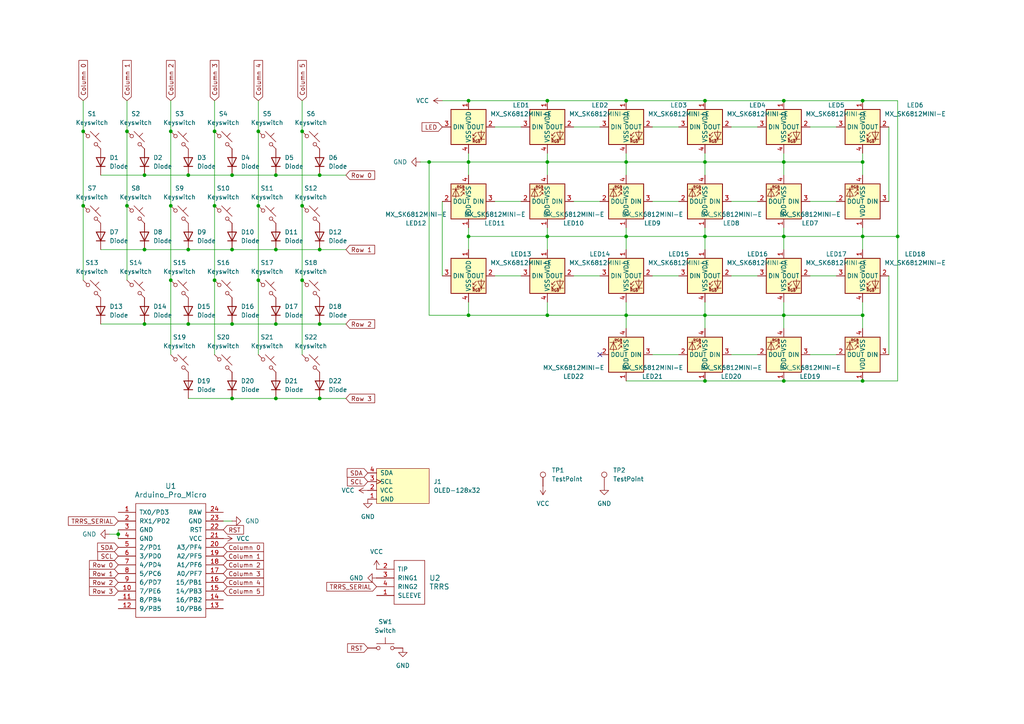
<source format=kicad_sch>
(kicad_sch (version 20231120) (generator "eeschema") (generator_version "8.0")
  (paper "A4")
  (lib_symbols
    (symbol "Connector:TestPoint" (pin_numbers hide) (pin_names (offset 0.762) hide)
      (property "Reference" "TP" (at 0 6.858 0))
      (property "Value" "TestPoint" (at 0 5.08 0))
      (symbol "TestPoint_0_1"
        (circle (center 0 3.302) (radius 0.762))
      )
      (symbol "TestPoint_1_1"
        (pin passive line (at 0 0 90) (length 2.54) (name "1") (number "1"))
      )
    )
    (symbol "PCM_marbastlib-mx:MX_SK6812MINI-E"
      (property "Reference" "LED" (at 3.175 6.35 0))
      (property "Value" "MX_SK6812MINI-E" (at 10.16 -6.985 0))
      (symbol "MX_SK6812MINI-E_0_0"
        (text "RGB" (at 2.286 -4.191 0) (effects (font (size 0.762 0.762))))
      )
      (symbol "MX_SK6812MINI-E_0_1"
        (rectangle (start -5.08 5.08) (end 5.08 -5.08) (stroke (width 0.254)) (fill (type background)))
        (polyline (pts (xy 1.27 -3.556) (xy 1.778 -3.556)))
        (polyline (pts (xy 1.27 -2.54) (xy 1.778 -2.54)))
        (polyline (pts (xy 4.699 -3.556) (xy 2.667 -3.556)))
        (polyline (pts (xy 2.286 -2.54) (xy 1.27 -3.556) (xy 1.27 -3.048)))
        (polyline (pts (xy 2.286 -1.524) (xy 1.27 -2.54) (xy 1.27 -2.032)))
        (polyline (pts (xy 3.683 -1.016) (xy 3.683 -3.556) (xy 3.683 -4.064)))
        (polyline (pts (xy 4.699 -1.524) (xy 2.667 -1.524) (xy 3.683 -3.556) (xy 4.699 -1.524)))
      )
      (symbol "MX_SK6812MINI-E_1_1"
        (pin power_in line (at 0 7.62 270) (length 2.54) (name "VDD") (number "1"))
        (pin output line (at 7.62 0 180) (length 2.54) (name "DOUT") (number "2"))
        (pin input line (at -7.62 0 0) (length 2.54) (name "DIN") (number "3"))
        (pin power_in line (at 0 -7.62 90) (length 2.54) (name "VSS") (number "4"))
      )
    )
    (symbol "ScottoKeebs:MCU_Arduino_Pro_Micro" (pin_names (offset 1.016))
      (property "Reference" "U" (at 0 0 0))
      (property "Value" "Arduino_Pro_Micro" (at 0 -19.05 0))
      (symbol "MCU_Arduino_Pro_Micro_0_1"
        (rectangle (start -10.16 16.51) (end 10.16 -16.51))
      )
      (symbol "MCU_Arduino_Pro_Micro_1_1"
        (pin input line (at -15.24 13.97 0) (length 5.08) (name "TX0/PD3") (number "1"))
        (pin input line (at -15.24 -8.89 0) (length 5.08) (name "7/PE6") (number "10"))
        (pin input line (at -15.24 -11.43 0) (length 5.08) (name "8/PB4") (number "11"))
        (pin input line (at -15.24 -13.97 0) (length 5.08) (name "9/PB5") (number "12"))
        (pin input line (at 15.24 -13.97 180) (length 5.08) (name "10/PB6") (number "13"))
        (pin input line (at 15.24 -11.43 180) (length 5.08) (name "16/PB2") (number "14"))
        (pin input line (at 15.24 -8.89 180) (length 5.08) (name "14/PB3") (number "15"))
        (pin input line (at 15.24 -6.35 180) (length 5.08) (name "15/PB1") (number "16"))
        (pin input line (at 15.24 -3.81 180) (length 5.08) (name "A0/PF7") (number "17"))
        (pin input line (at 15.24 -1.27 180) (length 5.08) (name "A1/PF6") (number "18"))
        (pin input line (at 15.24 1.27 180) (length 5.08) (name "A2/PF5") (number "19"))
        (pin input line (at -15.24 11.43 0) (length 5.08) (name "RX1/PD2") (number "2"))
        (pin input line (at 15.24 3.81 180) (length 5.08) (name "A3/PF4") (number "20"))
        (pin input line (at 15.24 6.35 180) (length 5.08) (name "VCC") (number "21"))
        (pin input line (at 15.24 8.89 180) (length 5.08) (name "RST") (number "22"))
        (pin input line (at 15.24 11.43 180) (length 5.08) (name "GND") (number "23"))
        (pin input line (at 15.24 13.97 180) (length 5.08) (name "RAW") (number "24"))
        (pin input line (at -15.24 8.89 0) (length 5.08) (name "GND") (number "3"))
        (pin input line (at -15.24 6.35 0) (length 5.08) (name "GND") (number "4"))
        (pin input line (at -15.24 3.81 0) (length 5.08) (name "2/PD1") (number "5"))
        (pin input line (at -15.24 1.27 0) (length 5.08) (name "3/PD0") (number "6"))
        (pin input line (at -15.24 -1.27 0) (length 5.08) (name "4/PD4") (number "7"))
        (pin input line (at -15.24 -3.81 0) (length 5.08) (name "5/PC6") (number "8"))
        (pin input line (at -15.24 -6.35 0) (length 5.08) (name "6/PD7") (number "9"))
      )
    )
    (symbol "ScottoKeebs:Placeholder_Diode" (pin_numbers hide) (pin_names hide)
      (property "Reference" "D" (at 0 2.54 0))
      (property "Value" "Diode" (at 0 -2.54 0))
      (symbol "Placeholder_Diode_0_1"
        (polyline (pts (xy -1.27 1.27) (xy -1.27 -1.27)) (stroke (width 0.254)))
        (polyline (pts (xy 1.27 0) (xy -1.27 0)))
        (polyline (pts (xy 1.27 1.27) (xy 1.27 -1.27) (xy -1.27 0) (xy 1.27 1.27)) (stroke (width 0.254)))
      )
      (symbol "Placeholder_Diode_1_1"
        (pin passive line (at -3.81 0 0) (length 2.54) (name "K") (number "1"))
        (pin passive line (at 3.81 0 180) (length 2.54) (name "A") (number "2"))
      )
    )
    (symbol "ScottoKeebs:Placeholder_Keyswitch" (pin_numbers hide) (pin_names (offset 1.016) hide)
      (property "Reference" "S" (at 3.048 1.016 0))
      (property "Value" "Keyswitch" (at 0 -3.81 0))
      (symbol "Placeholder_Keyswitch_0_1"
        (circle (center -1.1684 1.1684) (radius 0.508))
        (polyline (pts (xy -0.508 2.54) (xy 2.54 -0.508)))
        (polyline (pts (xy 1.016 1.016) (xy 2.032 2.032)))
        (polyline (pts (xy -2.54 2.54) (xy -1.524 1.524) (xy -1.524 1.524)))
        (polyline (pts (xy 1.524 -1.524) (xy 2.54 -2.54) (xy 2.54 -2.54) (xy 2.54 -2.54)))
        (circle (center 1.143 -1.1938) (radius 0.508))
        (pin passive line (at -2.54 2.54 0) (length 0) (name "1") (number "1"))
        (pin passive line (at 2.54 -2.54 180) (length 0) (name "2") (number "2"))
      )
    )
    (symbol "ScottoKeebs:Placeholder_Switch" (pin_numbers hide) (pin_names (offset 1.016) hide)
      (property "Reference" "SW" (at 1.27 2.54 0))
      (property "Value" "Switch" (at 0 -1.524 0))
      (symbol "Placeholder_Switch_0_1"
        (circle (center -2.032 0) (radius 0.508))
        (polyline (pts (xy 0 1.27) (xy 0 3.048)))
        (polyline (pts (xy 2.54 1.27) (xy -2.54 1.27)))
        (circle (center 2.032 0) (radius 0.508))
        (pin passive line (at -5.08 0 0) (length 2.54) (name "1") (number "1"))
        (pin passive line (at 5.08 0 180) (length 2.54) (name "2") (number "2"))
      )
    )
    (symbol "ScottoKeebs:Placeholder_TRRS" (pin_names (offset 1.016))
      (property "Reference" "U" (at 0 15.24 0))
      (property "Value" "TRRS" (at 0 -2.54 0))
      (symbol "Placeholder_TRRS_0_1"
        (rectangle (start -3.81 0) (end -3.81 12.7))
        (rectangle (start -3.81 0) (end 5.08 0))
        (rectangle (start -3.81 12.7) (end 5.08 12.7))
        (rectangle (start 5.08 12.7) (end 5.08 0))
      )
      (symbol "Placeholder_TRRS_1_1"
        (pin input line (at -8.89 2.54 0) (length 5.08) (name "SLEEVE") (number "1"))
        (pin input line (at -8.89 10.16 0) (length 5.08) (name "TIP") (number "2"))
        (pin input line (at -8.89 7.62 0) (length 5.08) (name "RING1") (number "3"))
        (pin input line (at -8.89 5.08 0) (length 5.08) (name "RING2") (number "4"))
      )
    )
    (symbol "display:OLED-128x32" (pin_names (offset 1.016))
      (property "Reference" "J" (at 0 -6.35 0))
      (property "Value" "OLED-128x32" (at 0 6.35 0))
      (symbol "OLED-128x32_0_1"
        (rectangle (start 0 5.08) (end 15.24 -5.08) (fill (type background)))
      )
      (symbol "OLED-128x32_1_1"
        (pin power_in line (at -2.54 -3.81 0) (length 2.54) (name "GND") (number "1"))
        (pin power_in line (at -2.54 -1.27 0) (length 2.54) (name "VCC") (number "2"))
        (pin input clock (at -2.54 1.27 0) (length 2.54) (name "SCL") (number "3"))
        (pin bidirectional line (at -2.54 3.81 0) (length 2.54) (name "SDA") (number "4"))
      )
    )
    (symbol "power:GND" (power) (pin_numbers hide) (pin_names (offset 0) hide)
      (property "Value" "GND" (at 0 -3.81 0))
      (symbol "GND_0_1"
        (polyline (pts (xy 0 0) (xy 0 -1.27) (xy 1.27 -1.27) (xy 0 -2.54) (xy -1.27 -1.27) (xy 0 -1.27)))
      )
      (symbol "GND_1_1"
        (pin power_in line (at 0 0 270) (length 0) (name "~") (number "1"))
      )
    )
    (symbol "power:VCC" (power) (pin_numbers hide) (pin_names (offset 0) hide)
      (property "Value" "VCC" (at 0 3.556 0))
      (symbol "VCC_0_1"
        (polyline (pts (xy -0.762 1.27) (xy 0 2.54)))
        (polyline (pts (xy 0 0) (xy 0 2.54)))
        (polyline (pts (xy 0 2.54) (xy 0.762 1.27)))
      )
      (symbol "VCC_1_1"
        (pin power_in line (at 0 0 90) (length 0) (name "~") (number "1"))
      )
    )
  )
  (junction (at 74.93 81.28))
  (junction (at 124.46 46.99))
  (junction (at 49.53 59.69))
  (junction (at 135.89 46.99))
  (junction (at 62.23 81.28))
  (junction (at 36.83 59.69))
  (junction (at 36.83 38.1))
  (junction (at 67.31 50.8))
  (junction (at 80.01 50.8))
  (junction (at 62.23 38.1))
  (junction (at 204.47 68.58))
  (junction (at 87.63 81.28))
  (junction (at 135.89 91.44))
  (junction (at 227.33 110.49))
  (junction (at 227.33 46.99))
  (junction (at 227.33 91.44))
  (junction (at 135.89 29.21))
  (junction (at 24.13 59.69))
  (junction (at 158.75 46.99))
  (junction (at 250.19 46.99))
  (junction (at 227.33 29.21))
  (junction (at 250.19 110.49))
  (junction (at 41.91 72.39))
  (junction (at 250.19 91.44))
  (junction (at 67.31 115.57))
  (junction (at 87.63 59.69))
  (junction (at 41.91 93.98))
  (junction (at 92.71 72.39))
  (junction (at 62.23 59.69))
  (junction (at 67.31 93.98))
  (junction (at 49.53 81.28))
  (junction (at 181.61 68.58))
  (junction (at 227.33 68.58))
  (junction (at 181.61 29.21))
  (junction (at 158.75 91.44))
  (junction (at 80.01 115.57))
  (junction (at 80.01 93.98))
  (junction (at 80.01 72.39))
  (junction (at 24.13 38.1))
  (junction (at 135.89 68.58))
  (junction (at 92.71 93.98))
  (junction (at 87.63 38.1))
  (junction (at 158.75 29.21))
  (junction (at 92.71 115.57))
  (junction (at 74.93 59.69))
  (junction (at 260.35 68.58))
  (junction (at 181.61 46.99))
  (junction (at 250.19 29.21))
  (junction (at 204.47 110.49))
  (junction (at 41.91 50.8))
  (junction (at 204.47 91.44))
  (junction (at 74.93 38.1))
  (junction (at 250.19 68.58))
  (junction (at 34.29 154.94))
  (junction (at 67.31 72.39))
  (junction (at 54.61 50.8))
  (junction (at 158.75 68.58))
  (junction (at 49.53 38.1))
  (junction (at 92.71 50.8))
  (junction (at 181.61 91.44))
  (junction (at 54.61 72.39))
  (junction (at 204.47 46.99))
  (junction (at 204.47 29.21))
  (junction (at 54.61 93.98))
  (no_connect (at 173.99 102.87))
  (wire (pts (xy 181.61 87.63) (xy 181.61 91.44)))
  (wire (pts (xy 227.33 91.44) (xy 227.33 95.25)))
  (wire (pts (xy 135.89 87.63) (xy 135.89 91.44)))
  (wire (pts (xy 121.92 46.99) (xy 124.46 46.99)))
  (wire (pts (xy 166.37 80.01) (xy 173.99 80.01)))
  (wire (pts (xy 24.13 38.1) (xy 24.13 59.69)))
  (wire (pts (xy 158.75 29.21) (xy 181.61 29.21)))
  (wire (pts (xy 250.19 29.21) (xy 260.35 29.21)))
  (wire (pts (xy 100.33 72.39) (xy 92.71 72.39)))
  (wire (pts (xy 227.33 68.58) (xy 227.33 72.39)))
  (wire (pts (xy 227.33 66.04) (xy 227.33 68.58)))
  (wire (pts (xy 260.35 29.21) (xy 260.35 68.58)))
  (wire (pts (xy 204.47 46.99) (xy 227.33 46.99)))
  (wire (pts (xy 250.19 46.99) (xy 250.19 50.8)))
  (wire (pts (xy 166.37 36.83) (xy 173.99 36.83)))
  (wire (pts (xy 36.83 59.69) (xy 36.83 81.28)))
  (wire (pts (xy 62.23 38.1) (xy 62.23 59.69)))
  (wire (pts (xy 227.33 29.21) (xy 250.19 29.21)))
  (wire (pts (xy 181.61 44.45) (xy 181.61 46.99)))
  (wire (pts (xy 158.75 44.45) (xy 158.75 46.99)))
  (wire (pts (xy 250.19 68.58) (xy 227.33 68.58)))
  (wire (pts (xy 29.21 93.98) (xy 41.91 93.98)))
  (wire (pts (xy 67.31 50.8) (xy 80.01 50.8)))
  (wire (pts (xy 36.83 38.1) (xy 36.83 59.69)))
  (wire (pts (xy 204.47 44.45) (xy 204.47 46.99)))
  (wire (pts (xy 67.31 115.57) (xy 80.01 115.57)))
  (wire (pts (xy 143.51 36.83) (xy 151.13 36.83)))
  (wire (pts (xy 31.75 154.94) (xy 34.29 154.94)))
  (wire (pts (xy 100.33 50.8) (xy 92.71 50.8)))
  (wire (pts (xy 227.33 68.58) (xy 204.47 68.58)))
  (wire (pts (xy 158.75 87.63) (xy 158.75 91.44)))
  (wire (pts (xy 181.61 68.58) (xy 158.75 68.58)))
  (wire (pts (xy 250.19 44.45) (xy 250.19 46.99)))
  (wire (pts (xy 227.33 46.99) (xy 250.19 46.99)))
  (wire (pts (xy 80.01 50.8) (xy 92.71 50.8)))
  (wire (pts (xy 250.19 110.49) (xy 260.35 110.49)))
  (wire (pts (xy 158.75 68.58) (xy 135.89 68.58)))
  (wire (pts (xy 204.47 110.49) (xy 227.33 110.49)))
  (wire (pts (xy 34.29 153.67) (xy 34.29 154.94)))
  (wire (pts (xy 135.89 68.58) (xy 135.89 66.04)))
  (wire (pts (xy 204.47 91.44) (xy 204.47 95.25)))
  (wire (pts (xy 128.27 58.42) (xy 128.27 80.01)))
  (wire (pts (xy 189.23 36.83) (xy 196.85 36.83)))
  (wire (pts (xy 181.61 46.99) (xy 181.61 50.8)))
  (wire (pts (xy 67.31 93.98) (xy 80.01 93.98)))
  (wire (pts (xy 49.53 81.28) (xy 49.53 102.87)))
  (wire (pts (xy 227.33 46.99) (xy 227.33 50.8)))
  (wire (pts (xy 212.09 80.01) (xy 219.71 80.01)))
  (wire (pts (xy 124.46 46.99) (xy 124.46 91.44)))
  (wire (pts (xy 227.33 87.63) (xy 227.33 91.44)))
  (wire (pts (xy 74.93 81.28) (xy 74.93 102.87)))
  (wire (pts (xy 257.81 80.01) (xy 257.81 102.87)))
  (wire (pts (xy 41.91 93.98) (xy 54.61 93.98)))
  (wire (pts (xy 128.27 29.21) (xy 135.89 29.21)))
  (wire (pts (xy 212.09 102.87) (xy 219.71 102.87)))
  (wire (pts (xy 260.35 68.58) (xy 250.19 68.58)))
  (wire (pts (xy 124.46 91.44) (xy 135.89 91.44)))
  (wire (pts (xy 234.95 80.01) (xy 242.57 80.01)))
  (wire (pts (xy 250.19 68.58) (xy 250.19 72.39)))
  (wire (pts (xy 87.63 29.21) (xy 87.63 38.1)))
  (wire (pts (xy 234.95 36.83) (xy 242.57 36.83)))
  (wire (pts (xy 67.31 72.39) (xy 80.01 72.39)))
  (wire (pts (xy 227.33 91.44) (xy 250.19 91.44)))
  (wire (pts (xy 87.63 81.28) (xy 87.63 102.87)))
  (wire (pts (xy 36.83 29.21) (xy 36.83 38.1)))
  (wire (pts (xy 80.01 72.39) (xy 92.71 72.39)))
  (wire (pts (xy 41.91 72.39) (xy 54.61 72.39)))
  (wire (pts (xy 158.75 66.04) (xy 158.75 68.58)))
  (wire (pts (xy 143.51 80.01) (xy 151.13 80.01)))
  (wire (pts (xy 189.23 102.87) (xy 196.85 102.87)))
  (wire (pts (xy 87.63 59.69) (xy 87.63 81.28)))
  (wire (pts (xy 49.53 38.1) (xy 49.53 59.69)))
  (wire (pts (xy 181.61 66.04) (xy 181.61 68.58)))
  (wire (pts (xy 62.23 59.69) (xy 62.23 81.28)))
  (wire (pts (xy 181.61 46.99) (xy 204.47 46.99)))
  (wire (pts (xy 54.61 72.39) (xy 67.31 72.39)))
  (wire (pts (xy 257.81 36.83) (xy 257.81 58.42)))
  (wire (pts (xy 29.21 50.8) (xy 41.91 50.8)))
  (wire (pts (xy 74.93 29.21) (xy 74.93 38.1)))
  (wire (pts (xy 49.53 29.21) (xy 49.53 38.1)))
  (wire (pts (xy 181.61 110.49) (xy 204.47 110.49)))
  (wire (pts (xy 135.89 46.99) (xy 124.46 46.99)))
  (wire (pts (xy 204.47 91.44) (xy 227.33 91.44)))
  (wire (pts (xy 87.63 38.1) (xy 87.63 59.69)))
  (wire (pts (xy 135.89 29.21) (xy 158.75 29.21)))
  (wire (pts (xy 80.01 115.57) (xy 92.71 115.57)))
  (wire (pts (xy 227.33 44.45) (xy 227.33 46.99)))
  (wire (pts (xy 204.47 46.99) (xy 204.47 50.8)))
  (wire (pts (xy 67.31 151.13) (xy 64.77 151.13)))
  (wire (pts (xy 100.33 93.98) (xy 92.71 93.98)))
  (wire (pts (xy 158.75 46.99) (xy 158.75 50.8)))
  (wire (pts (xy 166.37 58.42) (xy 173.99 58.42)))
  (wire (pts (xy 234.95 102.87) (xy 242.57 102.87)))
  (wire (pts (xy 189.23 58.42) (xy 196.85 58.42)))
  (wire (pts (xy 181.61 91.44) (xy 181.61 95.25)))
  (wire (pts (xy 204.47 66.04) (xy 204.47 68.58)))
  (wire (pts (xy 135.89 46.99) (xy 158.75 46.99)))
  (wire (pts (xy 135.89 91.44) (xy 158.75 91.44)))
  (wire (pts (xy 234.95 58.42) (xy 242.57 58.42)))
  (wire (pts (xy 204.47 29.21) (xy 227.33 29.21)))
  (wire (pts (xy 54.61 50.8) (xy 67.31 50.8)))
  (wire (pts (xy 24.13 29.21) (xy 24.13 38.1)))
  (wire (pts (xy 158.75 91.44) (xy 181.61 91.44)))
  (wire (pts (xy 80.01 93.98) (xy 92.71 93.98)))
  (wire (pts (xy 250.19 87.63) (xy 250.19 91.44)))
  (wire (pts (xy 135.89 68.58) (xy 135.89 72.39)))
  (wire (pts (xy 227.33 110.49) (xy 250.19 110.49)))
  (wire (pts (xy 204.47 68.58) (xy 204.47 72.39)))
  (wire (pts (xy 204.47 68.58) (xy 181.61 68.58)))
  (wire (pts (xy 250.19 91.44) (xy 250.19 95.25)))
  (wire (pts (xy 250.19 66.04) (xy 250.19 68.58)))
  (wire (pts (xy 29.21 72.39) (xy 41.91 72.39)))
  (wire (pts (xy 62.23 29.21) (xy 62.23 38.1)))
  (wire (pts (xy 158.75 46.99) (xy 181.61 46.99)))
  (wire (pts (xy 181.61 68.58) (xy 181.61 72.39)))
  (wire (pts (xy 34.29 154.94) (xy 34.29 156.21)))
  (wire (pts (xy 212.09 58.42) (xy 219.71 58.42)))
  (wire (pts (xy 62.23 81.28) (xy 62.23 102.87)))
  (wire (pts (xy 92.71 115.57) (xy 100.33 115.57)))
  (wire (pts (xy 143.51 58.42) (xy 151.13 58.42)))
  (wire (pts (xy 135.89 44.45) (xy 135.89 46.99)))
  (wire (pts (xy 181.61 29.21) (xy 204.47 29.21)))
  (wire (pts (xy 260.35 68.58) (xy 260.35 110.49)))
  (wire (pts (xy 24.13 59.69) (xy 24.13 81.28)))
  (wire (pts (xy 74.93 59.69) (xy 74.93 81.28)))
  (wire (pts (xy 204.47 91.44) (xy 181.61 91.44)))
  (wire (pts (xy 204.47 87.63) (xy 204.47 91.44)))
  (wire (pts (xy 49.53 59.69) (xy 49.53 81.28)))
  (wire (pts (xy 189.23 80.01) (xy 196.85 80.01)))
  (wire (pts (xy 41.91 50.8) (xy 54.61 50.8)))
  (wire (pts (xy 54.61 93.98) (xy 67.31 93.98)))
  (wire (pts (xy 158.75 68.58) (xy 158.75 72.39)))
  (wire (pts (xy 74.93 38.1) (xy 74.93 59.69)))
  (wire (pts (xy 135.89 46.99) (xy 135.89 50.8)))
  (wire (pts (xy 212.09 36.83) (xy 219.71 36.83)))
  (wire (pts (xy 54.61 115.57) (xy 67.31 115.57)))
  (global_label "Column 5" (shape input) (at 87.63 29.21 90) (property "Intersheetrefs" "${INTERSHEET_REFS}" (effects (hide yes))))
  (global_label "Row 2" (shape input) (at 34.29 168.91 180) (property "Intersheetrefs" "${INTERSHEET_REFS}" (effects (hide yes))))
  (global_label "TRRS_SERIAL" (shape input) (at 109.22 170.18 180) (property "Intersheetrefs" "${INTERSHEET_REFS}" (effects (hide yes))))
  (global_label "SDA" (shape input) (at 34.29 158.75 180) (property "Intersheetrefs" "${INTERSHEET_REFS}" (effects (hide yes))))
  (global_label "Column 4" (shape input) (at 64.77 168.91 0) (property "Intersheetrefs" "${INTERSHEET_REFS}" (effects (hide yes))))
  (global_label "SCL" (shape input) (at 34.29 161.29 180) (property "Intersheetrefs" "${INTERSHEET_REFS}" (effects (hide yes))))
  (global_label "Column 1" (shape input) (at 64.77 161.29 0) (property "Intersheetrefs" "${INTERSHEET_REFS}" (effects (hide yes))))
  (global_label "Row 3" (shape input) (at 34.29 171.45 180) (property "Intersheetrefs" "${INTERSHEET_REFS}" (effects (hide yes))))
  (global_label "Row 2" (shape input) (at 100.33 93.98 0) (property "Intersheetrefs" "${INTERSHEET_REFS}" (effects (hide yes))))
  (global_label "RST" (shape input) (at 106.68 187.96 180) (property "Intersheetrefs" "${INTERSHEET_REFS}" (effects (hide yes))))
  (global_label "LED" (shape input) (at 128.27 36.83 180) (property "Intersheetrefs" "${INTERSHEET_REFS}" (effects (hide yes))))
  (global_label "RST" (shape input) (at 64.77 153.67 0) (property "Intersheetrefs" "${INTERSHEET_REFS}" (effects (hide yes))))
  (global_label "Column 4" (shape input) (at 74.93 29.21 90) (property "Intersheetrefs" "${INTERSHEET_REFS}" (effects (hide yes))))
  (global_label "Column 3" (shape input) (at 64.77 166.37 0) (property "Intersheetrefs" "${INTERSHEET_REFS}" (effects (hide yes))))
  (global_label "Column 0" (shape input) (at 24.13 29.21 90) (property "Intersheetrefs" "${INTERSHEET_REFS}" (effects (hide yes))))
  (global_label "Column 3" (shape input) (at 62.23 29.21 90) (property "Intersheetrefs" "${INTERSHEET_REFS}" (effects (hide yes))))
  (global_label "Row 3" (shape input) (at 100.33 115.57 0) (property "Intersheetrefs" "${INTERSHEET_REFS}" (effects (hide yes))))
  (global_label "TRRS_SERIAL" (shape input) (at 34.29 151.13 180) (property "Intersheetrefs" "${INTERSHEET_REFS}" (effects (hide yes))))
  (global_label "Row 1" (shape input) (at 100.33 72.39 0) (property "Intersheetrefs" "${INTERSHEET_REFS}" (effects (hide yes))))
  (global_label "SCL" (shape input) (at 106.68 139.7 180) (property "Intersheetrefs" "${INTERSHEET_REFS}" (effects (hide yes))))
  (global_label "Column 2" (shape input) (at 49.53 29.21 90) (property "Intersheetrefs" "${INTERSHEET_REFS}" (effects (hide yes))))
  (global_label "Row 1" (shape input) (at 34.29 166.37 180) (property "Intersheetrefs" "${INTERSHEET_REFS}" (effects (hide yes))))
  (global_label "Row 0" (shape input) (at 34.29 163.83 180) (property "Intersheetrefs" "${INTERSHEET_REFS}" (effects (hide yes))))
  (global_label "Column 0" (shape input) (at 64.77 158.75 0) (property "Intersheetrefs" "${INTERSHEET_REFS}" (effects (hide yes))))
  (global_label "Column 1" (shape input) (at 36.83 29.21 90) (property "Intersheetrefs" "${INTERSHEET_REFS}" (effects (hide yes))))
  (global_label "Column 2" (shape input) (at 64.77 163.83 0) (property "Intersheetrefs" "${INTERSHEET_REFS}" (effects (hide yes))))
  (global_label "Row 0" (shape input) (at 100.33 50.8 0) (property "Intersheetrefs" "${INTERSHEET_REFS}" (effects (hide yes))))
  (global_label "Column 5" (shape input) (at 64.77 171.45 0) (property "Intersheetrefs" "${INTERSHEET_REFS}" (effects (hide yes))))
  (global_label "SDA" (shape input) (at 106.68 137.16 180) (property "Intersheetrefs" "${INTERSHEET_REFS}" (effects (hide yes))))
  (symbol (lib_id "ScottoKeebs:Placeholder_Diode") (at 41.91 90.17 90) (unit 1)
    (property "Reference" "D14" (at 44.45 88.8999 90) (effects (justify right)))
    (property "Value" "Diode" (at 44.45 91.4399 90) (effects (justify right)))
    (property "Footprint" "Diode_SMD:D_SOD-123F" (effects (hide yes)))
    (property "Description" "1N4148 (DO-35) or 1N4148W (SOD-123)" (effects (hide yes)))
    (property "Sim.Device" "D" (effects (hide yes)))
    (property "Sim.Pins" "1=K 2=A" (effects (hide yes)))
  )
  (symbol (lib_id "PCM_marbastlib-mx:MX_SK6812MINI-E") (at 158.75 36.83 0) (unit 1)
    (property "Reference" "LED2" (at 173.99 30.5114 0))
    (property "Value" "MX_SK6812MINI-E" (at 173.99 33.0514 0))
    (property "Footprint" "PCM_marbastlib-mx:LED_MX_6028R" (effects (hide yes)))
    (property "Description" "Reverse mount adressable LED (WS2812 protocol)" (effects (hide yes)))
  )
  (symbol (lib_id "PCM_marbastlib-mx:MX_SK6812MINI-E") (at 204.47 102.87 180) (unit 1)
    (property "Reference" "LED21" (at 189.23 109.1886 0))
    (property "Value" "MX_SK6812MINI-E" (at 189.23 106.6486 0))
    (property "Footprint" "PCM_marbastlib-mx:LED_MX_6028R" (effects (hide yes)))
    (property "Description" "Reverse mount adressable LED (WS2812 protocol)" (effects (hide yes)))
  )
  (symbol (lib_id "ScottoKeebs:Placeholder_Keyswitch") (at 77.47 105.41 0) (unit 1)
    (property "Reference" "S21" (at 77.47 97.79 0))
    (property "Value" "Keyswitch" (at 77.47 100.33 0))
    (property "Footprint" "PCM_Switch_Keyboard_Hotswap_Kailh:SW_Hotswap_Kailh_MX_1.25u_90deg" (effects (hide yes)))
    (property "Description" "Push button switch, normally open, two pins, 45° tilted" (effects (hide yes)))
  )
  (symbol (lib_id "ScottoKeebs:Placeholder_Keyswitch") (at 77.47 83.82 0) (unit 1)
    (property "Reference" "S17" (at 77.47 76.2 0))
    (property "Value" "Keyswitch" (at 77.47 78.74 0))
    (property "Footprint" "PCM_Switch_Keyboard_Hotswap_Kailh:SW_Hotswap_Kailh_MX_1.00u" (effects (hide yes)))
    (property "Description" "Push button switch, normally open, two pins, 45° tilted" (effects (hide yes)))
  )
  (symbol (lib_id "ScottoKeebs:Placeholder_Keyswitch") (at 39.37 83.82 0) (unit 1)
    (property "Reference" "S14" (at 39.37 76.2 0))
    (property "Value" "Keyswitch" (at 39.37 78.74 0))
    (property "Footprint" "PCM_Switch_Keyboard_Hotswap_Kailh:SW_Hotswap_Kailh_MX_1.00u" (effects (hide yes)))
    (property "Description" "Push button switch, normally open, two pins, 45° tilted" (effects (hide yes)))
  )
  (symbol (lib_id "ScottoKeebs:Placeholder_Keyswitch") (at 90.17 40.64 0) (unit 1)
    (property "Reference" "S6" (at 90.17 33.02 0))
    (property "Value" "Keyswitch" (at 90.17 35.56 0))
    (property "Footprint" "PCM_Switch_Keyboard_Hotswap_Kailh:SW_Hotswap_Kailh_MX_1.00u" (effects (hide yes)))
    (property "Description" "Push button switch, normally open, two pins, 45° tilted" (effects (hide yes)))
  )
  (symbol (lib_id "ScottoKeebs:Placeholder_Keyswitch") (at 64.77 83.82 0) (unit 1)
    (property "Reference" "S16" (at 64.77 76.2 0))
    (property "Value" "Keyswitch" (at 64.77 78.74 0))
    (property "Footprint" "PCM_Switch_Keyboard_Hotswap_Kailh:SW_Hotswap_Kailh_MX_1.00u" (effects (hide yes)))
    (property "Description" "Push button switch, normally open, two pins, 45° tilted" (effects (hide yes)))
  )
  (symbol (lib_id "PCM_marbastlib-mx:MX_SK6812MINI-E") (at 204.47 58.42 180) (unit 1)
    (property "Reference" "LED9" (at 189.23 64.7386 0))
    (property "Value" "MX_SK6812MINI-E" (at 189.23 62.1986 0))
    (property "Footprint" "PCM_marbastlib-mx:LED_MX_6028R" (effects (hide yes)))
    (property "Description" "Reverse mount adressable LED (WS2812 protocol)" (effects (hide yes)))
  )
  (symbol (lib_id "display:OLED-128x32") (at 109.22 140.97 0) (unit 1)
    (property "Reference" "J1" (at 125.73 139.6999 0) (effects (justify left)))
    (property "Value" "OLED-128x32" (at 125.73 142.2399 0) (effects (justify left)))
    (property "Footprint" "display:OLED-128x32-cutout" (effects (hide yes)))
  )
  (symbol (lib_id "PCM_marbastlib-mx:MX_SK6812MINI-E") (at 227.33 58.42 180) (unit 1)
    (property "Reference" "LED8" (at 212.09 64.7386 0))
    (property "Value" "MX_SK6812MINI-E" (at 212.09 62.1986 0))
    (property "Footprint" "PCM_marbastlib-mx:LED_MX_6028R" (effects (hide yes)))
    (property "Description" "Reverse mount adressable LED (WS2812 protocol)" (effects (hide yes)))
  )
  (symbol (lib_id "ScottoKeebs:Placeholder_Diode") (at 54.61 68.58 90) (unit 1)
    (property "Reference" "D9" (at 57.15 67.3099 90) (effects (justify right)))
    (property "Value" "Diode" (at 57.15 69.8499 90) (effects (justify right)))
    (property "Footprint" "Diode_SMD:D_SOD-123F" (effects (hide yes)))
    (property "Description" "1N4148 (DO-35) or 1N4148W (SOD-123)" (effects (hide yes)))
    (property "Sim.Device" "D" (effects (hide yes)))
    (property "Sim.Pins" "1=K 2=A" (effects (hide yes)))
  )
  (symbol (lib_id "ScottoKeebs:Placeholder_Diode") (at 80.01 46.99 90) (unit 1)
    (property "Reference" "D5" (at 82.55 45.7199 90) (effects (justify right)))
    (property "Value" "Diode" (at 82.55 48.2599 90) (effects (justify right)))
    (property "Footprint" "Diode_SMD:D_SOD-123F" (effects (hide yes)))
    (property "Description" "1N4148 (DO-35) or 1N4148W (SOD-123)" (effects (hide yes)))
    (property "Sim.Device" "D" (effects (hide yes)))
    (property "Sim.Pins" "1=K 2=A" (effects (hide yes)))
  )
  (symbol (lib_id "PCM_marbastlib-mx:MX_SK6812MINI-E") (at 135.89 36.83 0) (unit 1)
    (property "Reference" "LED1" (at 151.13 30.5114 0))
    (property "Value" "MX_SK6812MINI-E" (at 151.13 33.0514 0))
    (property "Footprint" "PCM_marbastlib-mx:LED_MX_6028R" (effects (hide yes)))
    (property "Description" "Reverse mount adressable LED (WS2812 protocol)" (effects (hide yes)))
  )
  (symbol (lib_id "PCM_marbastlib-mx:MX_SK6812MINI-E") (at 250.19 58.42 180) (unit 1)
    (property "Reference" "LED7" (at 234.95 64.7386 0))
    (property "Value" "MX_SK6812MINI-E" (at 234.95 62.1986 0))
    (property "Footprint" "PCM_marbastlib-mx:LED_MX_6028R" (effects (hide yes)))
    (property "Description" "Reverse mount adressable LED (WS2812 protocol)" (effects (hide yes)))
  )
  (symbol (lib_id "ScottoKeebs:Placeholder_Keyswitch") (at 52.07 105.41 0) (unit 1)
    (property "Reference" "S19" (at 52.07 97.79 0))
    (property "Value" "Keyswitch" (at 52.07 100.33 0))
    (property "Footprint" "PCM_Switch_Keyboard_Hotswap_Kailh:SW_Hotswap_Kailh_MX_1.00u" (effects (hide yes)))
    (property "Description" "Push button switch, normally open, two pins, 45° tilted" (effects (hide yes)))
  )
  (symbol (lib_id "PCM_marbastlib-mx:MX_SK6812MINI-E") (at 227.33 36.83 0) (unit 1)
    (property "Reference" "LED5" (at 242.57 30.5114 0))
    (property "Value" "MX_SK6812MINI-E" (at 242.57 33.0514 0))
    (property "Footprint" "PCM_marbastlib-mx:LED_MX_6028R" (effects (hide yes)))
    (property "Description" "Reverse mount adressable LED (WS2812 protocol)" (effects (hide yes)))
  )
  (symbol (lib_id "ScottoKeebs:Placeholder_Diode") (at 29.21 46.99 90) (unit 1)
    (property "Reference" "D1" (at 31.75 45.7199 90) (effects (justify right)))
    (property "Value" "Diode" (at 31.75 48.2599 90) (effects (justify right)))
    (property "Footprint" "Diode_SMD:D_SOD-123F" (effects (hide yes)))
    (property "Description" "1N4148 (DO-35) or 1N4148W (SOD-123)" (effects (hide yes)))
    (property "Sim.Device" "D" (effects (hide yes)))
    (property "Sim.Pins" "1=K 2=A" (effects (hide yes)))
  )
  (symbol (lib_id "ScottoKeebs:Placeholder_Diode") (at 67.31 111.76 90) (unit 1)
    (property "Reference" "D20" (at 69.85 110.4899 90) (effects (justify right)))
    (property "Value" "Diode" (at 69.85 113.0299 90) (effects (justify right)))
    (property "Footprint" "Diode_SMD:D_SOD-123F" (effects (hide yes)))
    (property "Description" "1N4148 (DO-35) or 1N4148W (SOD-123)" (effects (hide yes)))
    (property "Sim.Device" "D" (effects (hide yes)))
    (property "Sim.Pins" "1=K 2=A" (effects (hide yes)))
  )
  (symbol (lib_id "ScottoKeebs:Placeholder_Diode") (at 29.21 68.58 90) (unit 1)
    (property "Reference" "D7" (at 31.75 67.3099 90) (effects (justify right)))
    (property "Value" "Diode" (at 31.75 69.8499 90) (effects (justify right)))
    (property "Footprint" "Diode_SMD:D_SOD-123F" (effects (hide yes)))
    (property "Description" "1N4148 (DO-35) or 1N4148W (SOD-123)" (effects (hide yes)))
    (property "Sim.Device" "D" (effects (hide yes)))
    (property "Sim.Pins" "1=K 2=A" (effects (hide yes)))
  )
  (symbol (lib_id "ScottoKeebs:Placeholder_Switch") (at 111.76 187.96 0) (unit 1)
    (property "Reference" "SW1" (at 111.76 180.34 0))
    (property "Value" "Switch" (at 111.76 182.88 0))
    (property "Footprint" "ScottoKeebs_Components:Button_MJTP1250" (effects (hide yes)))
    (property "Description" "Push button switch, generic, two pins" (effects (hide yes)))
  )
  (symbol (lib_id "ScottoKeebs:Placeholder_Keyswitch") (at 26.67 83.82 0) (unit 1)
    (property "Reference" "S13" (at 26.67 76.2 0))
    (property "Value" "Keyswitch" (at 26.67 78.74 0))
    (property "Footprint" "PCM_Switch_Keyboard_Hotswap_Kailh:SW_Hotswap_Kailh_MX_1.00u" (effects (hide yes)))
    (property "Description" "Push button switch, normally open, two pins, 45° tilted" (effects (hide yes)))
  )
  (symbol (lib_id "ScottoKeebs:Placeholder_Diode") (at 67.31 68.58 90) (unit 1)
    (property "Reference" "D10" (at 69.85 67.3099 90) (effects (justify right)))
    (property "Value" "Diode" (at 69.85 69.8499 90) (effects (justify right)))
    (property "Footprint" "Diode_SMD:D_SOD-123F" (effects (hide yes)))
    (property "Description" "1N4148 (DO-35) or 1N4148W (SOD-123)" (effects (hide yes)))
    (property "Sim.Device" "D" (effects (hide yes)))
    (property "Sim.Pins" "1=K 2=A" (effects (hide yes)))
  )
  (symbol (lib_id "PCM_marbastlib-mx:MX_SK6812MINI-E") (at 158.75 58.42 180) (unit 1)
    (property "Reference" "LED11" (at 143.51 64.7386 0))
    (property "Value" "MX_SK6812MINI-E" (at 143.51 62.1986 0))
    (property "Footprint" "PCM_marbastlib-mx:LED_MX_6028R" (effects (hide yes)))
    (property "Description" "Reverse mount adressable LED (WS2812 protocol)" (effects (hide yes)))
  )
  (symbol (lib_id "PCM_marbastlib-mx:MX_SK6812MINI-E") (at 227.33 80.01 0) (unit 1)
    (property "Reference" "LED17" (at 242.57 73.6914 0))
    (property "Value" "MX_SK6812MINI-E" (at 242.57 76.2314 0))
    (property "Footprint" "PCM_marbastlib-mx:LED_MX_6028R" (effects (hide yes)))
    (property "Description" "Reverse mount adressable LED (WS2812 protocol)" (effects (hide yes)))
  )
  (symbol (lib_id "ScottoKeebs:Placeholder_Diode") (at 92.71 68.58 90) (unit 1)
    (property "Reference" "D12" (at 95.25 67.3099 90) (effects (justify right)))
    (property "Value" "Diode" (at 95.25 69.8499 90) (effects (justify right)))
    (property "Footprint" "Diode_SMD:D_SOD-123F" (effects (hide yes)))
    (property "Description" "1N4148 (DO-35) or 1N4148W (SOD-123)" (effects (hide yes)))
    (property "Sim.Device" "D" (effects (hide yes)))
    (property "Sim.Pins" "1=K 2=A" (effects (hide yes)))
  )
  (symbol (lib_id "ScottoKeebs:Placeholder_Diode") (at 92.71 90.17 90) (unit 1)
    (property "Reference" "D18" (at 95.25 88.8999 90) (effects (justify right)))
    (property "Value" "Diode" (at 95.25 91.4399 90) (effects (justify right)))
    (property "Footprint" "Diode_SMD:D_SOD-123F" (effects (hide yes)))
    (property "Description" "1N4148 (DO-35) or 1N4148W (SOD-123)" (effects (hide yes)))
    (property "Sim.Device" "D" (effects (hide yes)))
    (property "Sim.Pins" "1=K 2=A" (effects (hide yes)))
  )
  (symbol (lib_id "ScottoKeebs:Placeholder_Keyswitch") (at 64.77 62.23 0) (unit 1)
    (property "Reference" "S10" (at 64.77 54.61 0))
    (property "Value" "Keyswitch" (at 64.77 57.15 0))
    (property "Footprint" "PCM_Switch_Keyboard_Hotswap_Kailh:SW_Hotswap_Kailh_MX_1.00u" (effects (hide yes)))
    (property "Description" "Push button switch, normally open, two pins, 45° tilted" (effects (hide yes)))
  )
  (symbol (lib_id "ScottoKeebs:Placeholder_Diode") (at 92.71 46.99 90) (unit 1)
    (property "Reference" "D6" (at 95.25 45.7199 90) (effects (justify right)))
    (property "Value" "Diode" (at 95.25 48.2599 90) (effects (justify right)))
    (property "Footprint" "Diode_SMD:D_SOD-123F" (effects (hide yes)))
    (property "Description" "1N4148 (DO-35) or 1N4148W (SOD-123)" (effects (hide yes)))
    (property "Sim.Device" "D" (effects (hide yes)))
    (property "Sim.Pins" "1=K 2=A" (effects (hide yes)))
  )
  (symbol (lib_id "ScottoKeebs:Placeholder_TRRS") (at 118.11 175.26 0) (unit 1)
    (property "Reference" "U2" (at 124.46 167.6399 0) (effects (font (size 1.524 1.524)) (justify left)))
    (property "Value" "TRRS" (at 124.46 170.1799 0) (effects (font (size 1.524 1.524)) (justify left)))
    (property "Footprint" "ScottoKeebs_Components:TRRS_PJ-320A" (effects (hide yes)))
  )
  (symbol (lib_id "PCM_marbastlib-mx:MX_SK6812MINI-E") (at 204.47 80.01 0) (unit 1)
    (property "Reference" "LED16" (at 219.71 73.6914 0))
    (property "Value" "MX_SK6812MINI-E" (at 219.71 76.2314 0))
    (property "Footprint" "PCM_marbastlib-mx:LED_MX_6028R" (effects (hide yes)))
    (property "Description" "Reverse mount adressable LED (WS2812 protocol)" (effects (hide yes)))
  )
  (symbol (lib_id "ScottoKeebs:Placeholder_Keyswitch") (at 77.47 62.23 0) (unit 1)
    (property "Reference" "S11" (at 77.47 54.61 0))
    (property "Value" "Keyswitch" (at 77.47 57.15 0))
    (property "Footprint" "PCM_Switch_Keyboard_Hotswap_Kailh:SW_Hotswap_Kailh_MX_1.00u" (effects (hide yes)))
    (property "Description" "Push button switch, normally open, two pins, 45° tilted" (effects (hide yes)))
  )
  (symbol (lib_id "PCM_marbastlib-mx:MX_SK6812MINI-E") (at 181.61 102.87 180) (unit 1)
    (property "Reference" "LED22" (at 166.37 109.1886 0))
    (property "Value" "MX_SK6812MINI-E" (at 166.37 106.6486 0))
    (property "Footprint" "PCM_marbastlib-mx:LED_MX_6028R" (effects (hide yes)))
    (property "Description" "Reverse mount adressable LED (WS2812 protocol)" (effects (hide yes)))
  )
  (symbol (lib_id "ScottoKeebs:Placeholder_Diode") (at 54.61 90.17 90) (unit 1)
    (property "Reference" "D15" (at 57.15 88.8999 90) (effects (justify right)))
    (property "Value" "Diode" (at 57.15 91.4399 90) (effects (justify right)))
    (property "Footprint" "Diode_SMD:D_SOD-123F" (effects (hide yes)))
    (property "Description" "1N4148 (DO-35) or 1N4148W (SOD-123)" (effects (hide yes)))
    (property "Sim.Device" "D" (effects (hide yes)))
    (property "Sim.Pins" "1=K 2=A" (effects (hide yes)))
  )
  (symbol (lib_id "ScottoKeebs:Placeholder_Diode") (at 80.01 111.76 90) (unit 1)
    (property "Reference" "D21" (at 82.55 110.4899 90) (effects (justify right)))
    (property "Value" "Diode" (at 82.55 113.0299 90) (effects (justify right)))
    (property "Footprint" "Diode_SMD:D_SOD-123F" (effects (hide yes)))
    (property "Description" "1N4148 (DO-35) or 1N4148W (SOD-123)" (effects (hide yes)))
    (property "Sim.Device" "D" (effects (hide yes)))
    (property "Sim.Pins" "1=K 2=A" (effects (hide yes)))
  )
  (symbol (lib_id "ScottoKeebs:Placeholder_Keyswitch") (at 26.67 62.23 0) (unit 1)
    (property "Reference" "S7" (at 26.67 54.61 0))
    (property "Value" "Keyswitch" (at 26.67 57.15 0))
    (property "Footprint" "PCM_Switch_Keyboard_Hotswap_Kailh:SW_Hotswap_Kailh_MX_1.00u" (effects (hide yes)))
    (property "Description" "Push button switch, normally open, two pins, 45° tilted" (effects (hide yes)))
  )
  (symbol (lib_id "PCM_marbastlib-mx:MX_SK6812MINI-E") (at 135.89 80.01 0) (unit 1)
    (property "Reference" "LED13" (at 151.13 73.6914 0))
    (property "Value" "MX_SK6812MINI-E" (at 151.13 76.2314 0))
    (property "Footprint" "PCM_marbastlib-mx:LED_MX_6028R" (effects (hide yes)))
    (property "Description" "Reverse mount adressable LED (WS2812 protocol)" (effects (hide yes)))
  )
  (symbol (lib_id "power:GND") (at 121.92 46.99 270) (unit 1)
    (property "Reference" "#PWR06" (effects (hide yes)))
    (property "Value" "GND" (at 118.11 46.9899 90) (effects (justify right)))
    (property "Description" "Power symbol creates a global label with name \"GND\" , ground" (effects (hide yes)))
  )
  (symbol (lib_id "ScottoKeebs:Placeholder_Diode") (at 92.71 111.76 90) (unit 1)
    (property "Reference" "D22" (at 95.25 110.4899 90) (effects (justify right)))
    (property "Value" "Diode" (at 95.25 113.0299 90) (effects (justify right)))
    (property "Footprint" "Diode_SMD:D_SOD-123F" (effects (hide yes)))
    (property "Description" "1N4148 (DO-35) or 1N4148W (SOD-123)" (effects (hide yes)))
    (property "Sim.Device" "D" (effects (hide yes)))
    (property "Sim.Pins" "1=K 2=A" (effects (hide yes)))
  )
  (symbol (lib_id "ScottoKeebs:Placeholder_Diode") (at 80.01 68.58 90) (unit 1)
    (property "Reference" "D11" (at 82.55 67.3099 90) (effects (justify right)))
    (property "Value" "Diode" (at 82.55 69.8499 90) (effects (justify right)))
    (property "Footprint" "Diode_SMD:D_SOD-123F" (effects (hide yes)))
    (property "Description" "1N4148 (DO-35) or 1N4148W (SOD-123)" (effects (hide yes)))
    (property "Sim.Device" "D" (effects (hide yes)))
    (property "Sim.Pins" "1=K 2=A" (effects (hide yes)))
  )
  (symbol (lib_id "ScottoKeebs:Placeholder_Diode") (at 80.01 90.17 90) (unit 1)
    (property "Reference" "D17" (at 82.55 88.8999 90) (effects (justify right)))
    (property "Value" "Diode" (at 82.55 91.4399 90) (effects (justify right)))
    (property "Footprint" "Diode_SMD:D_SOD-123F" (effects (hide yes)))
    (property "Description" "1N4148 (DO-35) or 1N4148W (SOD-123)" (effects (hide yes)))
    (property "Sim.Device" "D" (effects (hide yes)))
    (property "Sim.Pins" "1=K 2=A" (effects (hide yes)))
  )
  (symbol (lib_id "power:VCC") (at 106.68 142.24 90) (unit 1)
    (property "Reference" "#PWR09" (effects (hide yes)))
    (property "Value" "VCC" (at 102.87 142.2399 90) (effects (justify left)))
    (property "Description" "Power symbol creates a global label with name \"VCC\"" (effects (hide yes)))
  )
  (symbol (lib_id "ScottoKeebs:Placeholder_Keyswitch") (at 64.77 105.41 0) (unit 1)
    (property "Reference" "S20" (at 64.77 97.79 0))
    (property "Value" "Keyswitch" (at 64.77 100.33 0))
    (property "Footprint" "PCM_Switch_Keyboard_Hotswap_Kailh:SW_Hotswap_Kailh_MX_1.25u_90deg" (effects (hide yes)))
    (property "Description" "Push button switch, normally open, two pins, 45° tilted" (effects (hide yes)))
  )
  (symbol (lib_id "power:GND") (at 67.31 151.13 90) (unit 1)
    (property "Reference" "#PWR04" (effects (hide yes)))
    (property "Value" "GND" (at 71.12 151.1299 90) (effects (justify right)))
    (property "Description" "Power symbol creates a global label with name \"GND\" , ground" (effects (hide yes)))
  )
  (symbol (lib_id "PCM_marbastlib-mx:MX_SK6812MINI-E") (at 250.19 36.83 0) (unit 1)
    (property "Reference" "LED6" (at 265.43 30.5114 0))
    (property "Value" "MX_SK6812MINI-E" (at 265.43 33.0514 0))
    (property "Footprint" "PCM_marbastlib-mx:LED_MX_6028R" (effects (hide yes)))
    (property "Description" "Reverse mount adressable LED (WS2812 protocol)" (effects (hide yes)))
  )
  (symbol (lib_id "power:GND") (at 31.75 154.94 270) (unit 1)
    (property "Reference" "#PWR05" (effects (hide yes)))
    (property "Value" "GND" (at 27.94 154.9399 90) (effects (justify right)))
    (property "Description" "Power symbol creates a global label with name \"GND\" , ground" (effects (hide yes)))
  )
  (symbol (lib_id "ScottoKeebs:Placeholder_Keyswitch") (at 52.07 40.64 0) (unit 1)
    (property "Reference" "S3" (at 52.07 33.02 0))
    (property "Value" "Keyswitch" (at 52.07 35.56 0))
    (property "Footprint" "PCM_Switch_Keyboard_Hotswap_Kailh:SW_Hotswap_Kailh_MX_1.00u" (effects (hide yes)))
    (property "Description" "Push button switch, normally open, two pins, 45° tilted" (effects (hide yes)))
  )
  (symbol (lib_id "PCM_marbastlib-mx:MX_SK6812MINI-E") (at 135.89 58.42 180) (unit 1)
    (property "Reference" "LED12" (at 120.65 64.7386 0))
    (property "Value" "MX_SK6812MINI-E" (at 120.65 62.1986 0))
    (property "Footprint" "PCM_marbastlib-mx:LED_MX_6028R" (effects (hide yes)))
    (property "Description" "Reverse mount adressable LED (WS2812 protocol)" (effects (hide yes)))
  )
  (symbol (lib_id "ScottoKeebs:Placeholder_Keyswitch") (at 90.17 62.23 0) (unit 1)
    (property "Reference" "S12" (at 90.17 54.61 0))
    (property "Value" "Keyswitch" (at 90.17 57.15 0))
    (property "Footprint" "PCM_Switch_Keyboard_Hotswap_Kailh:SW_Hotswap_Kailh_MX_1.00u" (effects (hide yes)))
    (property "Description" "Push button switch, normally open, two pins, 45° tilted" (effects (hide yes)))
  )
  (symbol (lib_id "ScottoKeebs:Placeholder_Keyswitch") (at 52.07 83.82 0) (unit 1)
    (property "Reference" "S15" (at 52.07 76.2 0))
    (property "Value" "Keyswitch" (at 52.07 78.74 0))
    (property "Footprint" "PCM_Switch_Keyboard_Hotswap_Kailh:SW_Hotswap_Kailh_MX_1.00u" (effects (hide yes)))
    (property "Description" "Push button switch, normally open, two pins, 45° tilted" (effects (hide yes)))
  )
  (symbol (lib_id "power:VCC") (at 109.22 165.1 0) (unit 1)
    (property "Reference" "#PWR08" (effects (hide yes)))
    (property "Value" "VCC" (at 109.22 160.02 0))
    (property "Description" "Power symbol creates a global label with name \"VCC\"" (effects (hide yes)))
  )
  (symbol (lib_id "ScottoKeebs:Placeholder_Diode") (at 29.21 90.17 90) (unit 1)
    (property "Reference" "D13" (at 31.75 88.8999 90) (effects (justify right)))
    (property "Value" "Diode" (at 31.75 91.4399 90) (effects (justify right)))
    (property "Footprint" "Diode_SMD:D_SOD-123F" (effects (hide yes)))
    (property "Description" "1N4148 (DO-35) or 1N4148W (SOD-123)" (effects (hide yes)))
    (property "Sim.Device" "D" (effects (hide yes)))
    (property "Sim.Pins" "1=K 2=A" (effects (hide yes)))
  )
  (symbol (lib_id "Connector:TestPoint") (at 175.26 140.97 0) (unit 1)
    (property "Reference" "TP2" (at 177.8 136.3979 0) (effects (justify left)))
    (property "Value" "TestPoint" (at 177.8 138.9379 0) (effects (justify left)))
    (property "Footprint" "TestPoint:TestPoint_Pad_1.5x1.5mm" (effects (hide yes)))
    (property "Description" "test point" (effects (hide yes)))
  )
  (symbol (lib_id "PCM_marbastlib-mx:MX_SK6812MINI-E") (at 181.61 58.42 180) (unit 1)
    (property "Reference" "LED10" (at 166.37 64.7386 0))
    (property "Value" "MX_SK6812MINI-E" (at 166.37 62.1986 0))
    (property "Footprint" "PCM_marbastlib-mx:LED_MX_6028R" (effects (hide yes)))
    (property "Description" "Reverse mount adressable LED (WS2812 protocol)" (effects (hide yes)))
  )
  (symbol (lib_id "ScottoKeebs:Placeholder_Keyswitch") (at 39.37 62.23 0) (unit 1)
    (property "Reference" "S8" (at 39.37 54.61 0))
    (property "Value" "Keyswitch" (at 39.37 57.15 0))
    (property "Footprint" "PCM_Switch_Keyboard_Hotswap_Kailh:SW_Hotswap_Kailh_MX_1.00u" (effects (hide yes)))
    (property "Description" "Push button switch, normally open, two pins, 45° tilted" (effects (hide yes)))
  )
  (symbol (lib_id "power:VCC") (at 128.27 29.21 90) (unit 1)
    (property "Reference" "#PWR07" (effects (hide yes)))
    (property "Value" "VCC" (at 124.46 29.2099 90) (effects (justify left)))
    (property "Description" "Power symbol creates a global label with name \"VCC\"" (effects (hide yes)))
  )
  (symbol (lib_id "ScottoKeebs:MCU_Arduino_Pro_Micro") (at 49.53 162.56 0) (unit 1)
    (property "Reference" "U1" (at 49.53 140.97 0) (effects (font (size 1.524 1.524))))
    (property "Value" "Arduino_Pro_Micro" (at 49.53 143.51 0) (effects (font (size 1.524 1.524))))
    (property "Footprint" "ScottoKeebs_MCU:Arduino_Pro_Micro" (effects (hide yes)))
  )
  (symbol (lib_id "power:VCC") (at 157.48 140.97 180) (unit 1)
    (property "Reference" "#PWR011" (effects (hide yes)))
    (property "Value" "VCC" (at 157.48 146.05 0))
    (property "Description" "Power symbol creates a global label with name \"VCC\"" (effects (hide yes)))
  )
  (symbol (lib_id "ScottoKeebs:Placeholder_Keyswitch") (at 90.17 83.82 0) (unit 1)
    (property "Reference" "S18" (at 90.17 76.2 0))
    (property "Value" "Keyswitch" (at 90.17 78.74 0))
    (property "Footprint" "PCM_Switch_Keyboard_Hotswap_Kailh:SW_Hotswap_Kailh_MX_1.00u" (effects (hide yes)))
    (property "Description" "Push button switch, normally open, two pins, 45° tilted" (effects (hide yes)))
  )
  (symbol (lib_id "Connector:TestPoint") (at 157.48 140.97 0) (unit 1)
    (property "Reference" "TP1" (at 160.02 136.3979 0) (effects (justify left)))
    (property "Value" "TestPoint" (at 160.02 138.9379 0) (effects (justify left)))
    (property "Footprint" "TestPoint:TestPoint_Pad_1.5x1.5mm" (effects (hide yes)))
    (property "Description" "test point" (effects (hide yes)))
  )
  (symbol (lib_id "PCM_marbastlib-mx:MX_SK6812MINI-E") (at 204.47 36.83 0) (unit 1)
    (property "Reference" "LED4" (at 219.71 30.5114 0))
    (property "Value" "MX_SK6812MINI-E" (at 219.71 33.0514 0))
    (property "Footprint" "PCM_marbastlib-mx:LED_MX_6028R" (effects (hide yes)))
    (property "Description" "Reverse mount adressable LED (WS2812 protocol)" (effects (hide yes)))
  )
  (symbol (lib_id "PCM_marbastlib-mx:MX_SK6812MINI-E") (at 181.61 36.83 0) (unit 1)
    (property "Reference" "LED3" (at 196.85 30.5114 0))
    (property "Value" "MX_SK6812MINI-E" (at 196.85 33.0514 0))
    (property "Footprint" "PCM_marbastlib-mx:LED_MX_6028R" (effects (hide yes)))
    (property "Description" "Reverse mount adressable LED (WS2812 protocol)" (effects (hide yes)))
  )
  (symbol (lib_id "PCM_marbastlib-mx:MX_SK6812MINI-E") (at 250.19 102.87 180) (unit 1)
    (property "Reference" "LED19" (at 234.95 109.1886 0))
    (property "Value" "MX_SK6812MINI-E" (at 234.95 106.6486 0))
    (property "Footprint" "PCM_marbastlib-mx:LED_MX_6028R" (effects (hide yes)))
    (property "Description" "Reverse mount adressable LED (WS2812 protocol)" (effects (hide yes)))
  )
  (symbol (lib_id "ScottoKeebs:Placeholder_Keyswitch") (at 52.07 62.23 0) (unit 1)
    (property "Reference" "S9" (at 52.07 54.61 0))
    (property "Value" "Keyswitch" (at 52.07 57.15 0))
    (property "Footprint" "PCM_Switch_Keyboard_Hotswap_Kailh:SW_Hotswap_Kailh_MX_1.00u" (effects (hide yes)))
    (property "Description" "Push button switch, normally open, two pins, 45° tilted" (effects (hide yes)))
  )
  (symbol (lib_id "power:VCC") (at 64.77 156.21 270) (unit 1)
    (property "Reference" "#PWR010" (effects (hide yes)))
    (property "Value" "VCC" (at 68.58 156.2099 90) (effects (justify left)))
    (property "Description" "Power symbol creates a global label with name \"VCC\"" (effects (hide yes)))
  )
  (symbol (lib_id "PCM_marbastlib-mx:MX_SK6812MINI-E") (at 250.19 80.01 0) (unit 1)
    (property "Reference" "LED18" (at 265.43 73.6914 0))
    (property "Value" "MX_SK6812MINI-E" (at 265.43 76.2314 0))
    (property "Footprint" "PCM_marbastlib-mx:LED_MX_6028R" (effects (hide yes)))
    (property "Description" "Reverse mount adressable LED (WS2812 protocol)" (effects (hide yes)))
  )
  (symbol (lib_id "ScottoKeebs:Placeholder_Diode") (at 41.91 68.58 90) (unit 1)
    (property "Reference" "D8" (at 44.45 67.3099 90) (effects (justify right)))
    (property "Value" "Diode" (at 44.45 69.8499 90) (effects (justify right)))
    (property "Footprint" "Diode_SMD:D_SOD-123F" (effects (hide yes)))
    (property "Description" "1N4148 (DO-35) or 1N4148W (SOD-123)" (effects (hide yes)))
    (property "Sim.Device" "D" (effects (hide yes)))
    (property "Sim.Pins" "1=K 2=A" (effects (hide yes)))
  )
  (symbol (lib_id "ScottoKeebs:Placeholder_Keyswitch") (at 77.47 40.64 0) (unit 1)
    (property "Reference" "S5" (at 77.47 33.02 0))
    (property "Value" "Keyswitch" (at 77.47 35.56 0))
    (property "Footprint" "PCM_Switch_Keyboard_Hotswap_Kailh:SW_Hotswap_Kailh_MX_1.00u" (effects (hide yes)))
    (property "Description" "Push button switch, normally open, two pins, 45° tilted" (effects (hide yes)))
  )
  (symbol (lib_id "ScottoKeebs:Placeholder_Keyswitch") (at 39.37 40.64 0) (unit 1)
    (property "Reference" "S2" (at 39.37 33.02 0))
    (property "Value" "Keyswitch" (at 39.37 35.56 0))
    (property "Footprint" "PCM_Switch_Keyboard_Hotswap_Kailh:SW_Hotswap_Kailh_MX_1.00u" (effects (hide yes)))
    (property "Description" "Push button switch, normally open, two pins, 45° tilted" (effects (hide yes)))
  )
  (symbol (lib_id "PCM_marbastlib-mx:MX_SK6812MINI-E") (at 181.61 80.01 0) (unit 1)
    (property "Reference" "LED15" (at 196.85 73.6914 0))
    (property "Value" "MX_SK6812MINI-E" (at 196.85 76.2314 0))
    (property "Footprint" "PCM_marbastlib-mx:LED_MX_6028R" (effects (hide yes)))
    (property "Description" "Reverse mount adressable LED (WS2812 protocol)" (effects (hide yes)))
  )
  (symbol (lib_id "PCM_marbastlib-mx:MX_SK6812MINI-E") (at 227.33 102.87 180) (unit 1)
    (property "Reference" "LED20" (at 212.09 109.1886 0))
    (property "Value" "MX_SK6812MINI-E" (at 212.09 106.6486 0))
    (property "Footprint" "PCM_marbastlib-mx:LED_MX_6028R" (effects (hide yes)))
    (property "Description" "Reverse mount adressable LED (WS2812 protocol)" (effects (hide yes)))
  )
  (symbol (lib_id "ScottoKeebs:Placeholder_Keyswitch") (at 90.17 105.41 0) (unit 1)
    (property "Reference" "S22" (at 90.17 97.79 0))
    (property "Value" "Keyswitch" (at 90.17 100.33 0))
    (property "Footprint" "PCM_Switch_Keyboard_Hotswap_Kailh:SW_Hotswap_Kailh_MX_1.00u" (effects (hide yes)))
    (property "Description" "Push button switch, normally open, two pins, 45° tilted" (effects (hide yes)))
  )
  (symbol (lib_id "power:GND") (at 106.68 144.78 0) (unit 1)
    (property "Reference" "#PWR03" (effects (hide yes)))
    (property "Value" "GND" (at 106.68 149.86 0))
    (property "Description" "Power symbol creates a global label with name \"GND\" , ground" (effects (hide yes)))
  )
  (symbol (lib_id "ScottoKeebs:Placeholder_Diode") (at 67.31 90.17 90) (unit 1)
    (property "Reference" "D16" (at 69.85 88.8999 90) (effects (justify right)))
    (property "Value" "Diode" (at 69.85 91.4399 90) (effects (justify right)))
    (property "Footprint" "Diode_SMD:D_SOD-123F" (effects (hide yes)))
    (property "Description" "1N4148 (DO-35) or 1N4148W (SOD-123)" (effects (hide yes)))
    (property "Sim.Device" "D" (effects (hide yes)))
    (property "Sim.Pins" "1=K 2=A" (effects (hide yes)))
  )
  (symbol (lib_id "power:GND") (at 175.26 140.97 0) (unit 1)
    (property "Reference" "#PWR012" (effects (hide yes)))
    (property "Value" "GND" (at 175.26 146.05 0))
    (property "Description" "Power symbol creates a global label with name \"GND\" , ground" (effects (hide yes)))
  )
  (symbol (lib_id "ScottoKeebs:Placeholder_Diode") (at 54.61 46.99 90) (unit 1)
    (property "Reference" "D3" (at 57.15 45.7199 90) (effects (justify right)))
    (property "Value" "Diode" (at 57.15 48.2599 90) (effects (justify right)))
    (property "Footprint" "Diode_SMD:D_SOD-123F" (effects (hide yes)))
    (property "Description" "1N4148 (DO-35) or 1N4148W (SOD-123)" (effects (hide yes)))
    (property "Sim.Device" "D" (effects (hide yes)))
    (property "Sim.Pins" "1=K 2=A" (effects (hide yes)))
  )
  (symbol (lib_id "ScottoKeebs:Placeholder_Diode") (at 67.31 46.99 90) (unit 1)
    (property "Reference" "D4" (at 69.85 45.7199 90) (effects (justify right)))
    (property "Value" "Diode" (at 69.85 48.2599 90) (effects (justify right)))
    (property "Footprint" "Diode_SMD:D_SOD-123F" (effects (hide yes)))
    (property "Description" "1N4148 (DO-35) or 1N4148W (SOD-123)" (effects (hide yes)))
    (property "Sim.Device" "D" (effects (hide yes)))
    (property "Sim.Pins" "1=K 2=A" (effects (hide yes)))
  )
  (symbol (lib_id "ScottoKeebs:Placeholder_Diode") (at 54.61 111.76 90) (unit 1)
    (property "Reference" "D19" (at 57.15 110.4899 90) (effects (justify right)))
    (property "Value" "Diode" (at 57.15 113.0299 90) (effects (justify right)))
    (property "Footprint" "Diode_SMD:D_SOD-123F" (effects (hide yes)))
    (property "Description" "1N4148 (DO-35) or 1N4148W (SOD-123)" (effects (hide yes)))
    (property "Sim.Device" "D" (effects (hide yes)))
    (property "Sim.Pins" "1=K 2=A" (effects (hide yes)))
  )
  (symbol (lib_id "power:GND") (at 109.22 167.64 270) (unit 1)
    (property "Reference" "#PWR02" (effects (hide yes)))
    (property "Value" "GND" (at 105.41 167.6399 90) (effects (justify right)))
    (property "Description" "Power symbol creates a global label with name \"GND\" , ground" (effects (hide yes)))
  )
  (symbol (lib_id "ScottoKeebs:Placeholder_Diode") (at 41.91 46.99 90) (unit 1)
    (property "Reference" "D2" (at 44.45 45.7199 90) (effects (justify right)))
    (property "Value" "Diode" (at 44.45 48.2599 90) (effects (justify right)))
    (property "Footprint" "Diode_SMD:D_SOD-123F" (effects (hide yes)))
    (property "Description" "1N4148 (DO-35) or 1N4148W (SOD-123)" (effects (hide yes)))
    (property "Sim.Device" "D" (effects (hide yes)))
    (property "Sim.Pins" "1=K 2=A" (effects (hide yes)))
  )
  (symbol (lib_id "ScottoKeebs:Placeholder_Keyswitch") (at 26.67 40.64 0) (unit 1)
    (property "Reference" "S1" (at 26.67 33.02 0))
    (property "Value" "Keyswitch" (at 26.67 35.56 0))
    (property "Footprint" "PCM_Switch_Keyboard_Hotswap_Kailh:SW_Hotswap_Kailh_MX_1.00u" (effects (hide yes)))
    (property "Description" "Push button switch, normally open, two pins, 45° tilted" (effects (hide yes)))
  )
  (symbol (lib_id "PCM_marbastlib-mx:MX_SK6812MINI-E") (at 158.75 80.01 0) (unit 1)
    (property "Reference" "LED14" (at 173.99 73.6914 0))
    (property "Value" "MX_SK6812MINI-E" (at 173.99 76.2314 0))
    (property "Footprint" "PCM_marbastlib-mx:LED_MX_6028R" (effects (hide yes)))
    (property "Description" "Reverse mount adressable LED (WS2812 protocol)" (effects (hide yes)))
  )
  (symbol (lib_id "power:GND") (at 116.84 187.96 0) (unit 1)
    (property "Reference" "#PWR01" (effects (hide yes)))
    (property "Value" "GND" (at 116.84 193.04 0))
    (property "Description" "Power symbol creates a global label with name \"GND\" , ground" (effects (hide yes)))
  )
  (symbol (lib_id "ScottoKeebs:Placeholder_Keyswitch") (at 64.77 40.64 0) (unit 1)
    (property "Reference" "S4" (at 64.77 33.02 0))
    (property "Value" "Keyswitch" (at 64.77 35.56 0))
    (property "Footprint" "PCM_Switch_Keyboard_Hotswap_Kailh:SW_Hotswap_Kailh_MX_1.00u" (effects (hide yes)))
    (property "Description" "Push button switch, normally open, two pins, 45° tilted" (effects (hide yes)))
  )
)
</source>
